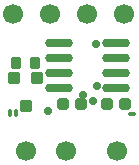
<source format=gts>
G75*
G70*
%OFA0B0*%
%FSLAX25Y25*%
%IPPOS*%
%LPD*%
%AMOC8*
5,1,8,0,0,1.08239X$1,22.5*
%
%AMM4*
21,1,0.040950,0.030320,0.000000,0.000000,180.000000*
21,1,0.028350,0.042910,0.000000,0.000000,180.000000*
1,1,0.012600,-0.014170,0.015160*
1,1,0.012600,0.014170,0.015160*
1,1,0.012600,0.014170,-0.015160*
1,1,0.012600,-0.014170,-0.015160*
%
%AMM5*
21,1,0.038980,0.026770,0.000000,0.000000,0.000000*
21,1,0.026770,0.038980,0.000000,0.000000,0.000000*
1,1,0.012210,0.013390,-0.013390*
1,1,0.012210,-0.013390,-0.013390*
1,1,0.012210,-0.013390,0.013390*
1,1,0.012210,0.013390,0.013390*
%
%AMM6*
21,1,0.033070,0.030710,0.000000,0.000000,180.000000*
21,1,0.022050,0.041730,0.000000,0.000000,180.000000*
1,1,0.011020,-0.011020,0.015350*
1,1,0.011020,0.011020,0.015350*
1,1,0.011020,0.011020,-0.015350*
1,1,0.011020,-0.011020,-0.015350*
%
%ADD10C,0.06693*%
%ADD14O,0.01969X0.00984*%
%ADD16O,0.00984X0.01969*%
%ADD17C,0.02362*%
%ADD31O,0.02520X0.01535*%
%ADD32O,0.01535X0.02520*%
%ADD33M4*%
%ADD34O,0.09213X0.02913*%
%ADD35M5*%
%ADD36M6*%
%ADD37C,0.02913*%
X0000000Y0000000D02*
%LPD*%
G01*
D10*
X0024409Y0007087D03*
X0006929Y0052756D03*
X0043701Y0052756D03*
D14*
X0046604Y0019514D03*
D16*
X0005856Y0019711D03*
X0007825Y0019711D03*
D17*
X0033612Y0023845D03*
X0030167Y0025912D03*
X0034793Y0028865D03*
X0034498Y0042841D03*
D10*
X0011024Y0007087D03*
X0019291Y0052756D03*
X0041339Y0007087D03*
X0031496Y0052756D03*
X0003297Y0018432D02*
G01*
G75*
D31*
X0046604Y0019515D02*
D03*
D32*
X0005856Y0019712D02*
D03*
X0007825Y0019712D02*
D03*
D33*
X0014714Y0031444D02*
D03*
X0010974Y0022192D02*
D03*
D33*
X0007234Y0031444D02*
D03*
D34*
X0022273Y0043058D02*
D03*
X0022273Y0038058D02*
D03*
X0022273Y0033058D02*
D03*
X0022273Y0028058D02*
D03*
X0041171Y0043058D02*
D03*
X0041171Y0038058D02*
D03*
X0041171Y0033058D02*
D03*
X0041171Y0028058D02*
D03*
D35*
X0037982Y0022763D02*
D03*
X0044202Y0022763D02*
D03*
X0029636Y0022763D02*
D03*
X0023415Y0022763D02*
D03*
D36*
X0007824Y0036345D02*
D03*
X0014124Y0036345D02*
D03*
D37*
X0018454Y0020302D02*
D03*
X0034498Y0042841D02*
D03*
X0034793Y0028865D02*
D03*
X0033612Y0023845D02*
D03*
X0030167Y0025912D02*
D03*
M02*

</source>
